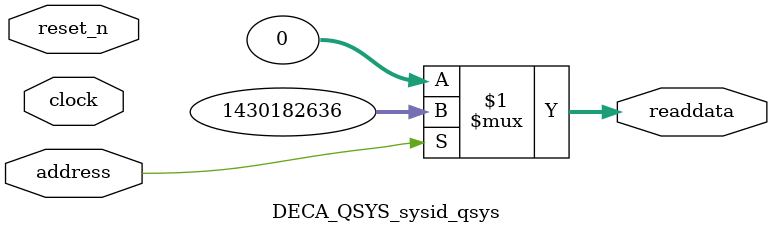
<source format=v>

`timescale 1ns / 1ps
// synthesis translate_on

// turn off superfluous verilog processor warnings 
// altera message_level Level1 
// altera message_off 10034 10035 10036 10037 10230 10240 10030 

module DECA_QSYS_sysid_qsys (
               // inputs:
                address,
                clock,
                reset_n,

               // outputs:
                readdata
             )
;

  output  [ 31: 0] readdata;
  input            address;
  input            clock;
  input            reset_n;

  wire    [ 31: 0] readdata;
  //control_slave, which is an e_avalon_slave
  assign readdata = address ? 1430182636 : 0;

endmodule




</source>
